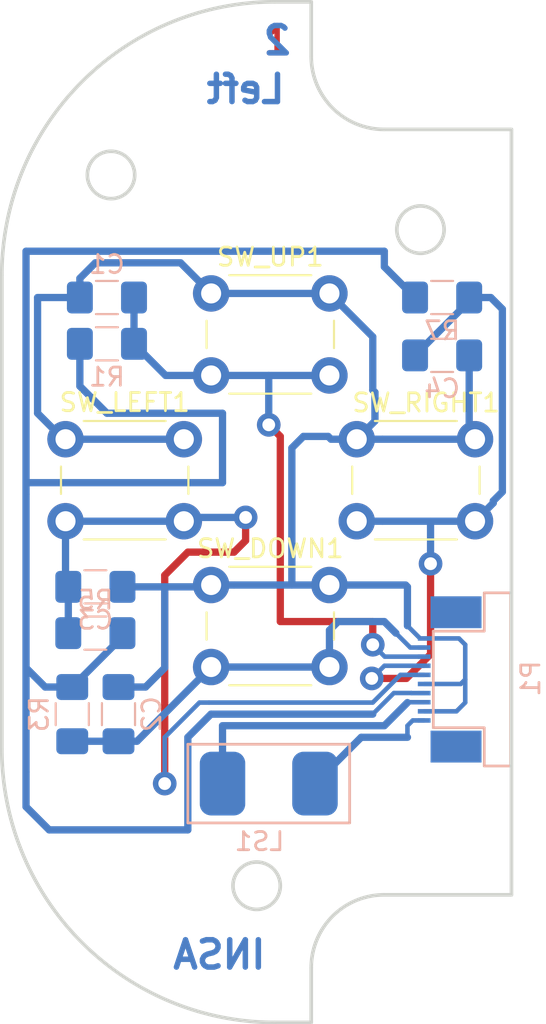
<source format=kicad_pcb>
(kicad_pcb (version 20171130) (host pcbnew 5.0.2-bee76a0~70~ubuntu18.04.1)

  (general
    (thickness 1.6)
    (drawings 19)
    (tracks 145)
    (zones 0)
    (modules 14)
    (nets 9)
  )

  (page A4)
  (layers
    (0 F.Cu signal)
    (31 B.Cu signal)
    (32 B.Adhes user)
    (33 F.Adhes user)
    (34 B.Paste user)
    (35 F.Paste user)
    (36 B.SilkS user)
    (37 F.SilkS user)
    (38 B.Mask user)
    (39 F.Mask user)
    (40 Dwgs.User user)
    (41 Cmts.User user)
    (42 Eco1.User user)
    (43 Eco2.User user)
    (44 Edge.Cuts user)
    (45 Margin user)
    (46 B.CrtYd user)
    (47 F.CrtYd user)
    (48 B.Fab user hide)
    (49 F.Fab user hide)
  )

  (setup
    (last_trace_width 0.25)
    (user_trace_width 0.2)
    (user_trace_width 0.25)
    (user_trace_width 0.3)
    (user_trace_width 0.4)
    (user_trace_width 0.5)
    (user_trace_width 0.63)
    (user_trace_width 0.76)
    (user_trace_width 1.27)
    (trace_clearance 0.2)
    (zone_clearance 0.508)
    (zone_45_only no)
    (trace_min 0.15)
    (segment_width 0.2)
    (edge_width 0.2)
    (via_size 0.8)
    (via_drill 0.4)
    (via_min_size 0.6)
    (via_min_drill 0.3)
    (user_via 0.6 0.3)
    (user_via 0.8 0.4)
    (user_via 0.9 0.5)
    (user_via 1.2 0.6)
    (user_via 1.3 0.7)
    (user_via 1.4 0.8)
    (uvia_size 0.3)
    (uvia_drill 0.1)
    (uvias_allowed no)
    (uvia_min_size 0.2)
    (uvia_min_drill 0.1)
    (pcb_text_width 0.3)
    (pcb_text_size 1.5 1.5)
    (mod_edge_width 0.15)
    (mod_text_size 1 1)
    (mod_text_width 0.15)
    (pad_size 1.6 1.6)
    (pad_drill 0.8)
    (pad_to_mask_clearance 0.051)
    (solder_mask_min_width 0.25)
    (aux_axis_origin 145 130.5)
    (grid_origin 145 130.5)
    (visible_elements FFFFFF7F)
    (pcbplotparams
      (layerselection 0x010fc_ffffffff)
      (usegerberextensions false)
      (usegerberattributes false)
      (usegerberadvancedattributes false)
      (creategerberjobfile false)
      (excludeedgelayer true)
      (linewidth 0.100000)
      (plotframeref false)
      (viasonmask false)
      (mode 1)
      (useauxorigin false)
      (hpglpennumber 1)
      (hpglpenspeed 20)
      (hpglpendiameter 15.000000)
      (psnegative false)
      (psa4output false)
      (plotreference true)
      (plotvalue true)
      (plotinvisibletext false)
      (padsonsilk false)
      (subtractmaskfromsilk false)
      (outputformat 1)
      (mirror false)
      (drillshape 1)
      (scaleselection 1)
      (outputdirectory ""))
  )

  (net 0 "")
  (net 1 GND)
  (net 2 /Audio_Left_2)
  (net 3 VCC)
  (net 4 /Key_Down)
  (net 5 /Key_Up)
  (net 6 /Key_Right)
  (net 7 /Key_Left)
  (net 8 /Audio_Left_1)

  (net_class Default "Ceci est la Netclass par défaut."
    (clearance 0.2)
    (trace_width 0.25)
    (via_dia 0.8)
    (via_drill 0.4)
    (uvia_dia 0.3)
    (uvia_drill 0.1)
    (add_net /Audio_Left_1)
    (add_net /Audio_Left_2)
    (add_net /Key_Down)
    (add_net /Key_Left)
    (add_net /Key_Right)
    (add_net /Key_Up)
    (add_net GND)
    (add_net VCC)
  )

  (module Insa:FFC-10-0.5 (layer B.Cu) (tedit 5C652881) (tstamp 5C7832B8)
    (at 140.555 110.18 90)
    (path /5C77E637)
    (fp_text reference P1 (at 0.05 5.5 90) (layer B.SilkS)
      (effects (font (size 1 1) (thickness 0.15)) (justify mirror))
    )
    (fp_text value TE-FFC-10-0.5 (at 0.51 3.94 90) (layer B.Fab)
      (effects (font (size 1 1) (thickness 0.15)) (justify mirror))
    )
    (fp_line (start -2.65 2.95) (end -2.65 0.15) (layer B.SilkS) (width 0.15))
    (fp_line (start -4.75 2.95) (end -2.65 2.95) (layer B.SilkS) (width 0.15))
    (fp_line (start -4.75 4.4) (end -4.75 2.95) (layer B.SilkS) (width 0.15))
    (fp_line (start 4.75 4.4) (end -4.75 4.4) (layer B.SilkS) (width 0.15))
    (fp_line (start 4.75 2.95) (end 4.75 4.4) (layer B.SilkS) (width 0.15))
    (fp_line (start 2.65 2.95) (end 4.75 2.95) (layer B.SilkS) (width 0.15))
    (fp_line (start 2.65 0.15) (end 2.65 2.95) (layer B.SilkS) (width 0.15))
    (fp_line (start -2.65 0.15) (end 2.65 0.15) (layer B.SilkS) (width 0.15))
    (fp_line (start -2.8 2.8) (end -2.8 0) (layer B.CrtYd) (width 0.15))
    (fp_line (start -4.75 2.8) (end -2.8 2.8) (layer B.CrtYd) (width 0.15))
    (fp_line (start -4.75 4.4) (end -4.75 2.8) (layer B.CrtYd) (width 0.15))
    (fp_line (start 4.75 4.4) (end -4.75 4.4) (layer B.CrtYd) (width 0.15))
    (fp_line (start 4.75 2.8) (end 4.75 4.4) (layer B.CrtYd) (width 0.15))
    (fp_line (start 2.8 2.8) (end 4.75 2.8) (layer B.CrtYd) (width 0.15))
    (fp_line (start 2.8 0) (end 2.8 2.8) (layer B.CrtYd) (width 0.15))
    (fp_line (start -2.8 0) (end 2.8 0) (layer B.CrtYd) (width 0.15))
    (pad A smd rect (at -3.685 1.4 90) (size 1.75 2.8) (layers B.Cu B.Paste B.Mask))
    (pad B smd rect (at 3.685 1.4 90) (size 1.75 2.8) (layers B.Cu B.Paste B.Mask))
    (pad 2 smd rect (at -1.75 -0.35 90) (size 0.25 0.7) (layers B.Cu B.Paste B.Mask)
      (net 1 GND))
    (pad 3 smd rect (at -1.25 -0.35 90) (size 0.25 0.7) (layers B.Cu B.Paste B.Mask)
      (net 2 /Audio_Left_2))
    (pad 4 smd rect (at -0.75 -0.35 90) (size 0.25 0.7) (layers B.Cu B.Paste B.Mask)
      (net 3 VCC))
    (pad 5 smd rect (at -0.25 -0.35 90) (size 0.25 0.7) (layers B.Cu B.Paste B.Mask)
      (net 1 GND))
    (pad 9 smd rect (at 1.75 -0.35 90) (size 0.25 0.7) (layers B.Cu B.Paste B.Mask)
      (net 4 /Key_Down))
    (pad 8 smd rect (at 1.25 -0.35 90) (size 0.25 0.7) (layers B.Cu B.Paste B.Mask)
      (net 5 /Key_Up))
    (pad 7 smd rect (at 0.75 -0.35 90) (size 0.25 0.7) (layers B.Cu B.Paste B.Mask)
      (net 6 /Key_Right))
    (pad 6 smd rect (at 0.25 -0.35 90) (size 0.25 0.7) (layers B.Cu B.Paste B.Mask)
      (net 7 /Key_Left))
    (pad 1 smd rect (at -2.25 -0.35 90) (size 0.25 0.7) (layers B.Cu B.Paste B.Mask)
      (net 8 /Audio_Left_1))
    (pad 10 smd rect (at 2.25 -0.35 90) (size 0.25 0.7) (layers B.Cu B.Paste B.Mask)
      (net 1 GND))
  )

  (module Capacitor_SMD:C_1206_3216Metric_Pad1.42x1.75mm_HandSolder (layer B.Cu) (tedit 5B301BBE) (tstamp 5C86BAE7)
    (at 122.775 89.225 180)
    (descr "Capacitor SMD 1206 (3216 Metric), square (rectangular) end terminal, IPC_7351 nominal with elongated pad for handsoldering. (Body size source: http://www.tortai-tech.com/upload/download/2011102023233369053.pdf), generated with kicad-footprint-generator")
    (tags "capacitor handsolder")
    (path /5C792991)
    (attr smd)
    (fp_text reference C1 (at 0 1.82 180) (layer B.SilkS)
      (effects (font (size 1 1) (thickness 0.15)) (justify mirror))
    )
    (fp_text value C (at 0 -1.82 180) (layer B.Fab)
      (effects (font (size 1 1) (thickness 0.15)) (justify mirror))
    )
    (fp_text user %R (at 0 0 180) (layer B.Fab)
      (effects (font (size 0.8 0.8) (thickness 0.12)) (justify mirror))
    )
    (fp_line (start 2.45 -1.12) (end -2.45 -1.12) (layer B.CrtYd) (width 0.05))
    (fp_line (start 2.45 1.12) (end 2.45 -1.12) (layer B.CrtYd) (width 0.05))
    (fp_line (start -2.45 1.12) (end 2.45 1.12) (layer B.CrtYd) (width 0.05))
    (fp_line (start -2.45 -1.12) (end -2.45 1.12) (layer B.CrtYd) (width 0.05))
    (fp_line (start -0.602064 -0.91) (end 0.602064 -0.91) (layer B.SilkS) (width 0.12))
    (fp_line (start -0.602064 0.91) (end 0.602064 0.91) (layer B.SilkS) (width 0.12))
    (fp_line (start 1.6 -0.8) (end -1.6 -0.8) (layer B.Fab) (width 0.1))
    (fp_line (start 1.6 0.8) (end 1.6 -0.8) (layer B.Fab) (width 0.1))
    (fp_line (start -1.6 0.8) (end 1.6 0.8) (layer B.Fab) (width 0.1))
    (fp_line (start -1.6 -0.8) (end -1.6 0.8) (layer B.Fab) (width 0.1))
    (pad 2 smd roundrect (at 1.4875 0 180) (size 1.425 1.75) (layers B.Cu B.Paste B.Mask) (roundrect_rratio 0.175439)
      (net 1 GND))
    (pad 1 smd roundrect (at -1.4875 0 180) (size 1.425 1.75) (layers B.Cu B.Paste B.Mask) (roundrect_rratio 0.175439)
      (net 5 /Key_Up))
    (model ${KISYS3DMOD}/Capacitor_SMD.3dshapes/C_1206_3216Metric.wrl
      (at (xyz 0 0 0))
      (scale (xyz 1 1 1))
      (rotate (xyz 0 0 0))
    )
  )

  (module Capacitor_SMD:C_1206_3216Metric_Pad1.42x1.75mm_HandSolder (layer B.Cu) (tedit 5B301BBE) (tstamp 5C86BAF8)
    (at 123.41 112.085 90)
    (descr "Capacitor SMD 1206 (3216 Metric), square (rectangular) end terminal, IPC_7351 nominal with elongated pad for handsoldering. (Body size source: http://www.tortai-tech.com/upload/download/2011102023233369053.pdf), generated with kicad-footprint-generator")
    (tags "capacitor handsolder")
    (path /5C795C7E)
    (attr smd)
    (fp_text reference C2 (at 0 1.82 90) (layer B.SilkS)
      (effects (font (size 1 1) (thickness 0.15)) (justify mirror))
    )
    (fp_text value C (at 0 -1.82 90) (layer B.Fab)
      (effects (font (size 1 1) (thickness 0.15)) (justify mirror))
    )
    (fp_line (start -1.6 -0.8) (end -1.6 0.8) (layer B.Fab) (width 0.1))
    (fp_line (start -1.6 0.8) (end 1.6 0.8) (layer B.Fab) (width 0.1))
    (fp_line (start 1.6 0.8) (end 1.6 -0.8) (layer B.Fab) (width 0.1))
    (fp_line (start 1.6 -0.8) (end -1.6 -0.8) (layer B.Fab) (width 0.1))
    (fp_line (start -0.602064 0.91) (end 0.602064 0.91) (layer B.SilkS) (width 0.12))
    (fp_line (start -0.602064 -0.91) (end 0.602064 -0.91) (layer B.SilkS) (width 0.12))
    (fp_line (start -2.45 -1.12) (end -2.45 1.12) (layer B.CrtYd) (width 0.05))
    (fp_line (start -2.45 1.12) (end 2.45 1.12) (layer B.CrtYd) (width 0.05))
    (fp_line (start 2.45 1.12) (end 2.45 -1.12) (layer B.CrtYd) (width 0.05))
    (fp_line (start 2.45 -1.12) (end -2.45 -1.12) (layer B.CrtYd) (width 0.05))
    (fp_text user %R (at 0 0 90) (layer B.Fab)
      (effects (font (size 0.8 0.8) (thickness 0.12)) (justify mirror))
    )
    (pad 1 smd roundrect (at -1.4875 0 90) (size 1.425 1.75) (layers B.Cu B.Paste B.Mask) (roundrect_rratio 0.175439)
      (net 4 /Key_Down))
    (pad 2 smd roundrect (at 1.4875 0 90) (size 1.425 1.75) (layers B.Cu B.Paste B.Mask) (roundrect_rratio 0.175439)
      (net 1 GND))
    (model ${KISYS3DMOD}/Capacitor_SMD.3dshapes/C_1206_3216Metric.wrl
      (at (xyz 0 0 0))
      (scale (xyz 1 1 1))
      (rotate (xyz 0 0 0))
    )
  )

  (module Capacitor_SMD:C_1206_3216Metric_Pad1.42x1.75mm_HandSolder (layer B.Cu) (tedit 5B301BBE) (tstamp 5C86BB09)
    (at 122.14 105.1)
    (descr "Capacitor SMD 1206 (3216 Metric), square (rectangular) end terminal, IPC_7351 nominal with elongated pad for handsoldering. (Body size source: http://www.tortai-tech.com/upload/download/2011102023233369053.pdf), generated with kicad-footprint-generator")
    (tags "capacitor handsolder")
    (path /5C79622E)
    (attr smd)
    (fp_text reference C3 (at 0 1.82) (layer B.SilkS)
      (effects (font (size 1 1) (thickness 0.15)) (justify mirror))
    )
    (fp_text value C (at 0 -1.82) (layer B.Fab)
      (effects (font (size 1 1) (thickness 0.15)) (justify mirror))
    )
    (fp_line (start -1.6 -0.8) (end -1.6 0.8) (layer B.Fab) (width 0.1))
    (fp_line (start -1.6 0.8) (end 1.6 0.8) (layer B.Fab) (width 0.1))
    (fp_line (start 1.6 0.8) (end 1.6 -0.8) (layer B.Fab) (width 0.1))
    (fp_line (start 1.6 -0.8) (end -1.6 -0.8) (layer B.Fab) (width 0.1))
    (fp_line (start -0.602064 0.91) (end 0.602064 0.91) (layer B.SilkS) (width 0.12))
    (fp_line (start -0.602064 -0.91) (end 0.602064 -0.91) (layer B.SilkS) (width 0.12))
    (fp_line (start -2.45 -1.12) (end -2.45 1.12) (layer B.CrtYd) (width 0.05))
    (fp_line (start -2.45 1.12) (end 2.45 1.12) (layer B.CrtYd) (width 0.05))
    (fp_line (start 2.45 1.12) (end 2.45 -1.12) (layer B.CrtYd) (width 0.05))
    (fp_line (start 2.45 -1.12) (end -2.45 -1.12) (layer B.CrtYd) (width 0.05))
    (fp_text user %R (at 0 0) (layer B.Fab)
      (effects (font (size 0.8 0.8) (thickness 0.12)) (justify mirror))
    )
    (pad 1 smd roundrect (at -1.4875 0) (size 1.425 1.75) (layers B.Cu B.Paste B.Mask) (roundrect_rratio 0.175439)
      (net 7 /Key_Left))
    (pad 2 smd roundrect (at 1.4875 0) (size 1.425 1.75) (layers B.Cu B.Paste B.Mask) (roundrect_rratio 0.175439)
      (net 1 GND))
    (model ${KISYS3DMOD}/Capacitor_SMD.3dshapes/C_1206_3216Metric.wrl
      (at (xyz 0 0 0))
      (scale (xyz 1 1 1))
      (rotate (xyz 0 0 0))
    )
  )

  (module Capacitor_SMD:C_1206_3216Metric_Pad1.42x1.75mm_HandSolder (layer B.Cu) (tedit 5B301BBE) (tstamp 5C86BB1A)
    (at 141.19 92.4)
    (descr "Capacitor SMD 1206 (3216 Metric), square (rectangular) end terminal, IPC_7351 nominal with elongated pad for handsoldering. (Body size source: http://www.tortai-tech.com/upload/download/2011102023233369053.pdf), generated with kicad-footprint-generator")
    (tags "capacitor handsolder")
    (path /5C79683C)
    (attr smd)
    (fp_text reference C4 (at 0 1.82) (layer B.SilkS)
      (effects (font (size 1 1) (thickness 0.15)) (justify mirror))
    )
    (fp_text value C (at 0 -1.82) (layer B.Fab)
      (effects (font (size 1 1) (thickness 0.15)) (justify mirror))
    )
    (fp_text user %R (at 0 0) (layer B.Fab)
      (effects (font (size 0.8 0.8) (thickness 0.12)) (justify mirror))
    )
    (fp_line (start 2.45 -1.12) (end -2.45 -1.12) (layer B.CrtYd) (width 0.05))
    (fp_line (start 2.45 1.12) (end 2.45 -1.12) (layer B.CrtYd) (width 0.05))
    (fp_line (start -2.45 1.12) (end 2.45 1.12) (layer B.CrtYd) (width 0.05))
    (fp_line (start -2.45 -1.12) (end -2.45 1.12) (layer B.CrtYd) (width 0.05))
    (fp_line (start -0.602064 -0.91) (end 0.602064 -0.91) (layer B.SilkS) (width 0.12))
    (fp_line (start -0.602064 0.91) (end 0.602064 0.91) (layer B.SilkS) (width 0.12))
    (fp_line (start 1.6 -0.8) (end -1.6 -0.8) (layer B.Fab) (width 0.1))
    (fp_line (start 1.6 0.8) (end 1.6 -0.8) (layer B.Fab) (width 0.1))
    (fp_line (start -1.6 0.8) (end 1.6 0.8) (layer B.Fab) (width 0.1))
    (fp_line (start -1.6 -0.8) (end -1.6 0.8) (layer B.Fab) (width 0.1))
    (pad 2 smd roundrect (at 1.4875 0) (size 1.425 1.75) (layers B.Cu B.Paste B.Mask) (roundrect_rratio 0.175439)
      (net 1 GND))
    (pad 1 smd roundrect (at -1.4875 0) (size 1.425 1.75) (layers B.Cu B.Paste B.Mask) (roundrect_rratio 0.175439)
      (net 6 /Key_Right))
    (model ${KISYS3DMOD}/Capacitor_SMD.3dshapes/C_1206_3216Metric.wrl
      (at (xyz 0 0 0))
      (scale (xyz 1 1 1))
      (rotate (xyz 0 0 0))
    )
  )

  (module Resistor_SMD:R_1206_3216Metric_Pad1.42x1.75mm_HandSolder (layer B.Cu) (tedit 5B301BBD) (tstamp 5C86BB2B)
    (at 122.775 91.765)
    (descr "Resistor SMD 1206 (3216 Metric), square (rectangular) end terminal, IPC_7351 nominal with elongated pad for handsoldering. (Body size source: http://www.tortai-tech.com/upload/download/2011102023233369053.pdf), generated with kicad-footprint-generator")
    (tags "resistor handsolder")
    (path /5C792BB4)
    (attr smd)
    (fp_text reference R1 (at 0 1.82) (layer B.SilkS)
      (effects (font (size 1 1) (thickness 0.15)) (justify mirror))
    )
    (fp_text value R (at 0 -1.82) (layer B.Fab)
      (effects (font (size 1 1) (thickness 0.15)) (justify mirror))
    )
    (fp_line (start -1.6 -0.8) (end -1.6 0.8) (layer B.Fab) (width 0.1))
    (fp_line (start -1.6 0.8) (end 1.6 0.8) (layer B.Fab) (width 0.1))
    (fp_line (start 1.6 0.8) (end 1.6 -0.8) (layer B.Fab) (width 0.1))
    (fp_line (start 1.6 -0.8) (end -1.6 -0.8) (layer B.Fab) (width 0.1))
    (fp_line (start -0.602064 0.91) (end 0.602064 0.91) (layer B.SilkS) (width 0.12))
    (fp_line (start -0.602064 -0.91) (end 0.602064 -0.91) (layer B.SilkS) (width 0.12))
    (fp_line (start -2.45 -1.12) (end -2.45 1.12) (layer B.CrtYd) (width 0.05))
    (fp_line (start -2.45 1.12) (end 2.45 1.12) (layer B.CrtYd) (width 0.05))
    (fp_line (start 2.45 1.12) (end 2.45 -1.12) (layer B.CrtYd) (width 0.05))
    (fp_line (start 2.45 -1.12) (end -2.45 -1.12) (layer B.CrtYd) (width 0.05))
    (fp_text user %R (at 0 0) (layer B.Fab)
      (effects (font (size 0.8 0.8) (thickness 0.12)) (justify mirror))
    )
    (pad 1 smd roundrect (at -1.4875 0) (size 1.425 1.75) (layers B.Cu B.Paste B.Mask) (roundrect_rratio 0.175439)
      (net 3 VCC))
    (pad 2 smd roundrect (at 1.4875 0) (size 1.425 1.75) (layers B.Cu B.Paste B.Mask) (roundrect_rratio 0.175439)
      (net 5 /Key_Up))
    (model ${KISYS3DMOD}/Resistor_SMD.3dshapes/R_1206_3216Metric.wrl
      (at (xyz 0 0 0))
      (scale (xyz 1 1 1))
      (rotate (xyz 0 0 0))
    )
  )

  (module Resistor_SMD:R_1206_3216Metric_Pad1.42x1.75mm_HandSolder (layer B.Cu) (tedit 5B301BBD) (tstamp 5C86BB4D)
    (at 120.87 112.085 270)
    (descr "Resistor SMD 1206 (3216 Metric), square (rectangular) end terminal, IPC_7351 nominal with elongated pad for handsoldering. (Body size source: http://www.tortai-tech.com/upload/download/2011102023233369053.pdf), generated with kicad-footprint-generator")
    (tags "resistor handsolder")
    (path /5C795C85)
    (attr smd)
    (fp_text reference R3 (at 0 1.82 270) (layer B.SilkS)
      (effects (font (size 1 1) (thickness 0.15)) (justify mirror))
    )
    (fp_text value R (at 0 -1.82 270) (layer B.Fab)
      (effects (font (size 1 1) (thickness 0.15)) (justify mirror))
    )
    (fp_line (start -1.6 -0.8) (end -1.6 0.8) (layer B.Fab) (width 0.1))
    (fp_line (start -1.6 0.8) (end 1.6 0.8) (layer B.Fab) (width 0.1))
    (fp_line (start 1.6 0.8) (end 1.6 -0.8) (layer B.Fab) (width 0.1))
    (fp_line (start 1.6 -0.8) (end -1.6 -0.8) (layer B.Fab) (width 0.1))
    (fp_line (start -0.602064 0.91) (end 0.602064 0.91) (layer B.SilkS) (width 0.12))
    (fp_line (start -0.602064 -0.91) (end 0.602064 -0.91) (layer B.SilkS) (width 0.12))
    (fp_line (start -2.45 -1.12) (end -2.45 1.12) (layer B.CrtYd) (width 0.05))
    (fp_line (start -2.45 1.12) (end 2.45 1.12) (layer B.CrtYd) (width 0.05))
    (fp_line (start 2.45 1.12) (end 2.45 -1.12) (layer B.CrtYd) (width 0.05))
    (fp_line (start 2.45 -1.12) (end -2.45 -1.12) (layer B.CrtYd) (width 0.05))
    (fp_text user %R (at 0 0 270) (layer B.Fab)
      (effects (font (size 0.8 0.8) (thickness 0.12)) (justify mirror))
    )
    (pad 1 smd roundrect (at -1.4875 0 270) (size 1.425 1.75) (layers B.Cu B.Paste B.Mask) (roundrect_rratio 0.175439)
      (net 3 VCC))
    (pad 2 smd roundrect (at 1.4875 0 270) (size 1.425 1.75) (layers B.Cu B.Paste B.Mask) (roundrect_rratio 0.175439)
      (net 4 /Key_Down))
    (model ${KISYS3DMOD}/Resistor_SMD.3dshapes/R_1206_3216Metric.wrl
      (at (xyz 0 0 0))
      (scale (xyz 1 1 1))
      (rotate (xyz 0 0 0))
    )
  )

  (module Resistor_SMD:R_1206_3216Metric_Pad1.42x1.75mm_HandSolder (layer B.Cu) (tedit 5B301BBD) (tstamp 5C86BB6F)
    (at 122.14 107.64 180)
    (descr "Resistor SMD 1206 (3216 Metric), square (rectangular) end terminal, IPC_7351 nominal with elongated pad for handsoldering. (Body size source: http://www.tortai-tech.com/upload/download/2011102023233369053.pdf), generated with kicad-footprint-generator")
    (tags "resistor handsolder")
    (path /5C796235)
    (attr smd)
    (fp_text reference R5 (at 0 1.82 180) (layer B.SilkS)
      (effects (font (size 1 1) (thickness 0.15)) (justify mirror))
    )
    (fp_text value R (at 0 -1.82 180) (layer B.Fab)
      (effects (font (size 1 1) (thickness 0.15)) (justify mirror))
    )
    (fp_text user %R (at 0 0 180) (layer B.Fab)
      (effects (font (size 0.8 0.8) (thickness 0.12)) (justify mirror))
    )
    (fp_line (start 2.45 -1.12) (end -2.45 -1.12) (layer B.CrtYd) (width 0.05))
    (fp_line (start 2.45 1.12) (end 2.45 -1.12) (layer B.CrtYd) (width 0.05))
    (fp_line (start -2.45 1.12) (end 2.45 1.12) (layer B.CrtYd) (width 0.05))
    (fp_line (start -2.45 -1.12) (end -2.45 1.12) (layer B.CrtYd) (width 0.05))
    (fp_line (start -0.602064 -0.91) (end 0.602064 -0.91) (layer B.SilkS) (width 0.12))
    (fp_line (start -0.602064 0.91) (end 0.602064 0.91) (layer B.SilkS) (width 0.12))
    (fp_line (start 1.6 -0.8) (end -1.6 -0.8) (layer B.Fab) (width 0.1))
    (fp_line (start 1.6 0.8) (end 1.6 -0.8) (layer B.Fab) (width 0.1))
    (fp_line (start -1.6 0.8) (end 1.6 0.8) (layer B.Fab) (width 0.1))
    (fp_line (start -1.6 -0.8) (end -1.6 0.8) (layer B.Fab) (width 0.1))
    (pad 2 smd roundrect (at 1.4875 0 180) (size 1.425 1.75) (layers B.Cu B.Paste B.Mask) (roundrect_rratio 0.175439)
      (net 7 /Key_Left))
    (pad 1 smd roundrect (at -1.4875 0 180) (size 1.425 1.75) (layers B.Cu B.Paste B.Mask) (roundrect_rratio 0.175439)
      (net 3 VCC))
    (model ${KISYS3DMOD}/Resistor_SMD.3dshapes/R_1206_3216Metric.wrl
      (at (xyz 0 0 0))
      (scale (xyz 1 1 1))
      (rotate (xyz 0 0 0))
    )
  )

  (module Resistor_SMD:R_1206_3216Metric_Pad1.42x1.75mm_HandSolder (layer B.Cu) (tedit 5B301BBD) (tstamp 5C86BB91)
    (at 141.19 89.225)
    (descr "Resistor SMD 1206 (3216 Metric), square (rectangular) end terminal, IPC_7351 nominal with elongated pad for handsoldering. (Body size source: http://www.tortai-tech.com/upload/download/2011102023233369053.pdf), generated with kicad-footprint-generator")
    (tags "resistor handsolder")
    (path /5C796843)
    (attr smd)
    (fp_text reference R7 (at 0 1.82) (layer B.SilkS)
      (effects (font (size 1 1) (thickness 0.15)) (justify mirror))
    )
    (fp_text value R (at 0 -1.82) (layer B.Fab)
      (effects (font (size 1 1) (thickness 0.15)) (justify mirror))
    )
    (fp_text user %R (at 0 0) (layer B.Fab)
      (effects (font (size 0.8 0.8) (thickness 0.12)) (justify mirror))
    )
    (fp_line (start 2.45 -1.12) (end -2.45 -1.12) (layer B.CrtYd) (width 0.05))
    (fp_line (start 2.45 1.12) (end 2.45 -1.12) (layer B.CrtYd) (width 0.05))
    (fp_line (start -2.45 1.12) (end 2.45 1.12) (layer B.CrtYd) (width 0.05))
    (fp_line (start -2.45 -1.12) (end -2.45 1.12) (layer B.CrtYd) (width 0.05))
    (fp_line (start -0.602064 -0.91) (end 0.602064 -0.91) (layer B.SilkS) (width 0.12))
    (fp_line (start -0.602064 0.91) (end 0.602064 0.91) (layer B.SilkS) (width 0.12))
    (fp_line (start 1.6 -0.8) (end -1.6 -0.8) (layer B.Fab) (width 0.1))
    (fp_line (start 1.6 0.8) (end 1.6 -0.8) (layer B.Fab) (width 0.1))
    (fp_line (start -1.6 0.8) (end 1.6 0.8) (layer B.Fab) (width 0.1))
    (fp_line (start -1.6 -0.8) (end -1.6 0.8) (layer B.Fab) (width 0.1))
    (pad 2 smd roundrect (at 1.4875 0) (size 1.425 1.75) (layers B.Cu B.Paste B.Mask) (roundrect_rratio 0.175439)
      (net 6 /Key_Right))
    (pad 1 smd roundrect (at -1.4875 0) (size 1.425 1.75) (layers B.Cu B.Paste B.Mask) (roundrect_rratio 0.175439)
      (net 3 VCC))
    (model ${KISYS3DMOD}/Resistor_SMD.3dshapes/R_1206_3216Metric.wrl
      (at (xyz 0 0 0))
      (scale (xyz 1 1 1))
      (rotate (xyz 0 0 0))
    )
  )

  (module Button_Switch_THT:SW_PUSH_6mm (layer F.Cu) (tedit 5A02FE31) (tstamp 5C86BBC1)
    (at 128.5 105)
    (descr https://www.omron.com/ecb/products/pdf/en-b3f.pdf)
    (tags "tact sw push 6mm")
    (path /5C7914D9)
    (fp_text reference SW_DOWN1 (at 3.25 -2) (layer F.SilkS)
      (effects (font (size 1 1) (thickness 0.15)))
    )
    (fp_text value SW_Push (at 3.75 6.7) (layer F.Fab)
      (effects (font (size 1 1) (thickness 0.15)))
    )
    (fp_text user %R (at 3.25 2.25) (layer F.Fab)
      (effects (font (size 1 1) (thickness 0.15)))
    )
    (fp_line (start 3.25 -0.75) (end 6.25 -0.75) (layer F.Fab) (width 0.1))
    (fp_line (start 6.25 -0.75) (end 6.25 5.25) (layer F.Fab) (width 0.1))
    (fp_line (start 6.25 5.25) (end 0.25 5.25) (layer F.Fab) (width 0.1))
    (fp_line (start 0.25 5.25) (end 0.25 -0.75) (layer F.Fab) (width 0.1))
    (fp_line (start 0.25 -0.75) (end 3.25 -0.75) (layer F.Fab) (width 0.1))
    (fp_line (start 7.75 6) (end 8 6) (layer F.CrtYd) (width 0.05))
    (fp_line (start 8 6) (end 8 5.75) (layer F.CrtYd) (width 0.05))
    (fp_line (start 7.75 -1.5) (end 8 -1.5) (layer F.CrtYd) (width 0.05))
    (fp_line (start 8 -1.5) (end 8 -1.25) (layer F.CrtYd) (width 0.05))
    (fp_line (start -1.5 -1.25) (end -1.5 -1.5) (layer F.CrtYd) (width 0.05))
    (fp_line (start -1.5 -1.5) (end -1.25 -1.5) (layer F.CrtYd) (width 0.05))
    (fp_line (start -1.5 5.75) (end -1.5 6) (layer F.CrtYd) (width 0.05))
    (fp_line (start -1.5 6) (end -1.25 6) (layer F.CrtYd) (width 0.05))
    (fp_line (start -1.25 -1.5) (end 7.75 -1.5) (layer F.CrtYd) (width 0.05))
    (fp_line (start -1.5 5.75) (end -1.5 -1.25) (layer F.CrtYd) (width 0.05))
    (fp_line (start 7.75 6) (end -1.25 6) (layer F.CrtYd) (width 0.05))
    (fp_line (start 8 -1.25) (end 8 5.75) (layer F.CrtYd) (width 0.05))
    (fp_line (start 1 5.5) (end 5.5 5.5) (layer F.SilkS) (width 0.12))
    (fp_line (start -0.25 1.5) (end -0.25 3) (layer F.SilkS) (width 0.12))
    (fp_line (start 5.5 -1) (end 1 -1) (layer F.SilkS) (width 0.12))
    (fp_line (start 6.75 3) (end 6.75 1.5) (layer F.SilkS) (width 0.12))
    (fp_circle (center 3.25 2.25) (end 1.25 2.5) (layer F.Fab) (width 0.1))
    (pad 2 thru_hole circle (at 0 4.5 90) (size 2 2) (drill 1.1) (layers *.Cu *.Mask)
      (net 4 /Key_Down))
    (pad 1 thru_hole circle (at 0 0 90) (size 2 2) (drill 1.1) (layers *.Cu *.Mask)
      (net 1 GND))
    (pad 2 thru_hole circle (at 6.5 4.5 90) (size 2 2) (drill 1.1) (layers *.Cu *.Mask)
      (net 4 /Key_Down))
    (pad 1 thru_hole circle (at 6.5 0 90) (size 2 2) (drill 1.1) (layers *.Cu *.Mask)
      (net 1 GND))
    (model ${KISYS3DMOD}/Button_Switch_THT.3dshapes/SW_PUSH_6mm.wrl
      (at (xyz 0 0 0))
      (scale (xyz 1 1 1))
      (rotate (xyz 0 0 0))
    )
  )

  (module Button_Switch_THT:SW_PUSH_6mm (layer F.Cu) (tedit 5A02FE31) (tstamp 5C86BBE0)
    (at 120.5 97)
    (descr https://www.omron.com/ecb/products/pdf/en-b3f.pdf)
    (tags "tact sw push 6mm")
    (path /5C7913B9)
    (fp_text reference SW_LEFT1 (at 3.25 -2.02) (layer F.SilkS)
      (effects (font (size 1 1) (thickness 0.15)))
    )
    (fp_text value SW_Push (at 3.75 6.7) (layer F.Fab)
      (effects (font (size 1 1) (thickness 0.15)))
    )
    (fp_circle (center 3.25 2.25) (end 1.25 2.5) (layer F.Fab) (width 0.1))
    (fp_line (start 6.75 3) (end 6.75 1.5) (layer F.SilkS) (width 0.12))
    (fp_line (start 5.5 -1) (end 1 -1) (layer F.SilkS) (width 0.12))
    (fp_line (start -0.25 1.5) (end -0.25 3) (layer F.SilkS) (width 0.12))
    (fp_line (start 1 5.5) (end 5.5 5.5) (layer F.SilkS) (width 0.12))
    (fp_line (start 8 -1.25) (end 8 5.75) (layer F.CrtYd) (width 0.05))
    (fp_line (start 7.75 6) (end -1.25 6) (layer F.CrtYd) (width 0.05))
    (fp_line (start -1.5 5.75) (end -1.5 -1.25) (layer F.CrtYd) (width 0.05))
    (fp_line (start -1.25 -1.5) (end 7.75 -1.5) (layer F.CrtYd) (width 0.05))
    (fp_line (start -1.5 6) (end -1.25 6) (layer F.CrtYd) (width 0.05))
    (fp_line (start -1.5 5.75) (end -1.5 6) (layer F.CrtYd) (width 0.05))
    (fp_line (start -1.5 -1.5) (end -1.25 -1.5) (layer F.CrtYd) (width 0.05))
    (fp_line (start -1.5 -1.25) (end -1.5 -1.5) (layer F.CrtYd) (width 0.05))
    (fp_line (start 8 -1.5) (end 8 -1.25) (layer F.CrtYd) (width 0.05))
    (fp_line (start 7.75 -1.5) (end 8 -1.5) (layer F.CrtYd) (width 0.05))
    (fp_line (start 8 6) (end 8 5.75) (layer F.CrtYd) (width 0.05))
    (fp_line (start 7.75 6) (end 8 6) (layer F.CrtYd) (width 0.05))
    (fp_line (start 0.25 -0.75) (end 3.25 -0.75) (layer F.Fab) (width 0.1))
    (fp_line (start 0.25 5.25) (end 0.25 -0.75) (layer F.Fab) (width 0.1))
    (fp_line (start 6.25 5.25) (end 0.25 5.25) (layer F.Fab) (width 0.1))
    (fp_line (start 6.25 -0.75) (end 6.25 5.25) (layer F.Fab) (width 0.1))
    (fp_line (start 3.25 -0.75) (end 6.25 -0.75) (layer F.Fab) (width 0.1))
    (fp_text user %R (at 3.25 2.25) (layer F.Fab)
      (effects (font (size 1 1) (thickness 0.15)))
    )
    (pad 1 thru_hole circle (at 6.5 0 90) (size 2 2) (drill 1.1) (layers *.Cu *.Mask)
      (net 1 GND))
    (pad 2 thru_hole circle (at 6.5 4.5 90) (size 2 2) (drill 1.1) (layers *.Cu *.Mask)
      (net 7 /Key_Left))
    (pad 1 thru_hole circle (at 0 0 90) (size 2 2) (drill 1.1) (layers *.Cu *.Mask)
      (net 1 GND))
    (pad 2 thru_hole circle (at 0 4.5 90) (size 2 2) (drill 1.1) (layers *.Cu *.Mask)
      (net 7 /Key_Left))
    (model ${KISYS3DMOD}/Button_Switch_THT.3dshapes/SW_PUSH_6mm.wrl
      (at (xyz 0 0 0))
      (scale (xyz 1 1 1))
      (rotate (xyz 0 0 0))
    )
  )

  (module Button_Switch_THT:SW_PUSH_6mm (layer F.Cu) (tedit 5A02FE31) (tstamp 5C86BBFF)
    (at 136.5 97)
    (descr https://www.omron.com/ecb/products/pdf/en-b3f.pdf)
    (tags "tact sw push 6mm")
    (path /5C791297)
    (fp_text reference SW_RIGHT1 (at 3.81 -2) (layer F.SilkS)
      (effects (font (size 1 1) (thickness 0.15)))
    )
    (fp_text value SW_Push (at 3.75 6.7) (layer F.Fab)
      (effects (font (size 1 1) (thickness 0.15)))
    )
    (fp_text user %R (at 3.25 2.25) (layer F.Fab)
      (effects (font (size 1 1) (thickness 0.15)))
    )
    (fp_line (start 3.25 -0.75) (end 6.25 -0.75) (layer F.Fab) (width 0.1))
    (fp_line (start 6.25 -0.75) (end 6.25 5.25) (layer F.Fab) (width 0.1))
    (fp_line (start 6.25 5.25) (end 0.25 5.25) (layer F.Fab) (width 0.1))
    (fp_line (start 0.25 5.25) (end 0.25 -0.75) (layer F.Fab) (width 0.1))
    (fp_line (start 0.25 -0.75) (end 3.25 -0.75) (layer F.Fab) (width 0.1))
    (fp_line (start 7.75 6) (end 8 6) (layer F.CrtYd) (width 0.05))
    (fp_line (start 8 6) (end 8 5.75) (layer F.CrtYd) (width 0.05))
    (fp_line (start 7.75 -1.5) (end 8 -1.5) (layer F.CrtYd) (width 0.05))
    (fp_line (start 8 -1.5) (end 8 -1.25) (layer F.CrtYd) (width 0.05))
    (fp_line (start -1.5 -1.25) (end -1.5 -1.5) (layer F.CrtYd) (width 0.05))
    (fp_line (start -1.5 -1.5) (end -1.25 -1.5) (layer F.CrtYd) (width 0.05))
    (fp_line (start -1.5 5.75) (end -1.5 6) (layer F.CrtYd) (width 0.05))
    (fp_line (start -1.5 6) (end -1.25 6) (layer F.CrtYd) (width 0.05))
    (fp_line (start -1.25 -1.5) (end 7.75 -1.5) (layer F.CrtYd) (width 0.05))
    (fp_line (start -1.5 5.75) (end -1.5 -1.25) (layer F.CrtYd) (width 0.05))
    (fp_line (start 7.75 6) (end -1.25 6) (layer F.CrtYd) (width 0.05))
    (fp_line (start 8 -1.25) (end 8 5.75) (layer F.CrtYd) (width 0.05))
    (fp_line (start 1 5.5) (end 5.5 5.5) (layer F.SilkS) (width 0.12))
    (fp_line (start -0.25 1.5) (end -0.25 3) (layer F.SilkS) (width 0.12))
    (fp_line (start 5.5 -1) (end 1 -1) (layer F.SilkS) (width 0.12))
    (fp_line (start 6.75 3) (end 6.75 1.5) (layer F.SilkS) (width 0.12))
    (fp_circle (center 3.25 2.25) (end 1.25 2.5) (layer F.Fab) (width 0.1))
    (pad 2 thru_hole circle (at 0 4.5 90) (size 2 2) (drill 1.1) (layers *.Cu *.Mask)
      (net 6 /Key_Right))
    (pad 1 thru_hole circle (at 0 0 90) (size 2 2) (drill 1.1) (layers *.Cu *.Mask)
      (net 1 GND))
    (pad 2 thru_hole circle (at 6.5 4.5 90) (size 2 2) (drill 1.1) (layers *.Cu *.Mask)
      (net 6 /Key_Right))
    (pad 1 thru_hole circle (at 6.5 0 90) (size 2 2) (drill 1.1) (layers *.Cu *.Mask)
      (net 1 GND))
    (model ${KISYS3DMOD}/Button_Switch_THT.3dshapes/SW_PUSH_6mm.wrl
      (at (xyz 0 0 0))
      (scale (xyz 1 1 1))
      (rotate (xyz 0 0 0))
    )
  )

  (module Button_Switch_THT:SW_PUSH_6mm (layer F.Cu) (tedit 5A02FE31) (tstamp 5C86BC1E)
    (at 128.5 89)
    (descr https://www.omron.com/ecb/products/pdf/en-b3f.pdf)
    (tags "tact sw push 6mm")
    (path /5C77EAF2)
    (fp_text reference SW_UP1 (at 3.25 -2) (layer F.SilkS)
      (effects (font (size 1 1) (thickness 0.15)))
    )
    (fp_text value SW_Push (at 3.75 6.7) (layer F.Fab)
      (effects (font (size 1 1) (thickness 0.15)))
    )
    (fp_circle (center 3.25 2.25) (end 1.25 2.5) (layer F.Fab) (width 0.1))
    (fp_line (start 6.75 3) (end 6.75 1.5) (layer F.SilkS) (width 0.12))
    (fp_line (start 5.5 -1) (end 1 -1) (layer F.SilkS) (width 0.12))
    (fp_line (start -0.25 1.5) (end -0.25 3) (layer F.SilkS) (width 0.12))
    (fp_line (start 1 5.5) (end 5.5 5.5) (layer F.SilkS) (width 0.12))
    (fp_line (start 8 -1.25) (end 8 5.75) (layer F.CrtYd) (width 0.05))
    (fp_line (start 7.75 6) (end -1.25 6) (layer F.CrtYd) (width 0.05))
    (fp_line (start -1.5 5.75) (end -1.5 -1.25) (layer F.CrtYd) (width 0.05))
    (fp_line (start -1.25 -1.5) (end 7.75 -1.5) (layer F.CrtYd) (width 0.05))
    (fp_line (start -1.5 6) (end -1.25 6) (layer F.CrtYd) (width 0.05))
    (fp_line (start -1.5 5.75) (end -1.5 6) (layer F.CrtYd) (width 0.05))
    (fp_line (start -1.5 -1.5) (end -1.25 -1.5) (layer F.CrtYd) (width 0.05))
    (fp_line (start -1.5 -1.25) (end -1.5 -1.5) (layer F.CrtYd) (width 0.05))
    (fp_line (start 8 -1.5) (end 8 -1.25) (layer F.CrtYd) (width 0.05))
    (fp_line (start 7.75 -1.5) (end 8 -1.5) (layer F.CrtYd) (width 0.05))
    (fp_line (start 8 6) (end 8 5.75) (layer F.CrtYd) (width 0.05))
    (fp_line (start 7.75 6) (end 8 6) (layer F.CrtYd) (width 0.05))
    (fp_line (start 0.25 -0.75) (end 3.25 -0.75) (layer F.Fab) (width 0.1))
    (fp_line (start 0.25 5.25) (end 0.25 -0.75) (layer F.Fab) (width 0.1))
    (fp_line (start 6.25 5.25) (end 0.25 5.25) (layer F.Fab) (width 0.1))
    (fp_line (start 6.25 -0.75) (end 6.25 5.25) (layer F.Fab) (width 0.1))
    (fp_line (start 3.25 -0.75) (end 6.25 -0.75) (layer F.Fab) (width 0.1))
    (fp_text user %R (at 3.25 2.25) (layer F.Fab)
      (effects (font (size 1 1) (thickness 0.15)))
    )
    (pad 1 thru_hole circle (at 6.5 0 90) (size 2 2) (drill 1.1) (layers *.Cu *.Mask)
      (net 1 GND))
    (pad 2 thru_hole circle (at 6.5 4.5 90) (size 2 2) (drill 1.1) (layers *.Cu *.Mask)
      (net 5 /Key_Up))
    (pad 1 thru_hole circle (at 0 0 90) (size 2 2) (drill 1.1) (layers *.Cu *.Mask)
      (net 1 GND))
    (pad 2 thru_hole circle (at 0 4.5 90) (size 2 2) (drill 1.1) (layers *.Cu *.Mask)
      (net 5 /Key_Up))
    (model ${KISYS3DMOD}/Button_Switch_THT.3dshapes/SW_PUSH_6mm.wrl
      (at (xyz 0 0 0))
      (scale (xyz 1 1 1))
      (rotate (xyz 0 0 0))
    )
  )

  (module Insa:Speaker (layer B.Cu) (tedit 5C891EA0) (tstamp 5CA18D1B)
    (at 131.665 115.895 180)
    (path /5C892EA4)
    (fp_text reference LS1 (at 0.508 -3.175 180) (layer B.SilkS)
      (effects (font (size 1 1) (thickness 0.15)) (justify mirror))
    )
    (fp_text value Speaker (at 0.127 3.175 180) (layer B.Fab)
      (effects (font (size 1 1) (thickness 0.15)) (justify mirror))
    )
    (fp_line (start -4.445 2.159) (end 4.445 2.159) (layer B.SilkS) (width 0.15))
    (fp_line (start 4.445 2.159) (end 4.445 -2.159) (layer B.SilkS) (width 0.15))
    (fp_line (start 4.445 -2.159) (end -4.445 -2.159) (layer B.SilkS) (width 0.15))
    (fp_line (start -4.445 -2.159) (end -4.445 2.159) (layer B.SilkS) (width 0.15))
    (pad 1 smd roundrect (at -2.54 0 180) (size 2.5 3.5) (layers B.Cu B.Paste B.Mask) (roundrect_rratio 0.25)
      (net 8 /Audio_Left_1))
    (pad 2 smd roundrect (at 2.54 0 180) (size 2.5 3.5) (layers B.Cu B.Paste B.Mask) (roundrect_rratio 0.25)
      (net 2 /Audio_Left_2))
  )

  (gr_text "Left\n" (at 130.395 77.795) (layer B.Cu)
    (effects (font (size 1.5 1.5) (thickness 0.3)) (justify mirror))
  )
  (gr_line (start 134 126) (end 134 129) (layer Edge.Cuts) (width 0.2))
  (gr_arc (start 138 126) (end 134 126) (angle 90) (layer Edge.Cuts) (width 0.2))
  (gr_line (start 145 122) (end 138 122) (layer Edge.Cuts) (width 0.2))
  (gr_circle (center 140 85.5) (end 141.3 85.5) (layer Edge.Cuts) (width 0.2))
  (gr_line (start 132 73) (end 134 73) (layer Edge.Cuts) (width 0.2))
  (gr_line (start 134 73) (end 134 76) (layer Edge.Cuts) (width 0.2))
  (gr_circle (center 131 121.5) (end 132.3 121.5) (layer Edge.Cuts) (width 0.2))
  (gr_circle (center 123 82.5) (end 124.3 82.5) (layer Edge.Cuts) (width 0.2))
  (gr_arc (start 132 114) (end 132 129) (angle 90) (layer Edge.Cuts) (width 0.2))
  (gr_line (start 134 129) (end 132 129) (layer Edge.Cuts) (width 0.2))
  (gr_arc (start 132 88) (end 117 88) (angle 90) (layer Edge.Cuts) (width 0.2))
  (gr_line (start 117 114) (end 117 88) (layer Edge.Cuts) (width 0.2))
  (gr_line (start 138 80) (end 145 80) (layer Edge.Cuts) (width 0.2))
  (gr_line (start 145 80) (end 145 122) (layer Edge.Cuts) (width 0.2))
  (gr_arc (start 138 76) (end 138 80) (angle 90) (layer Edge.Cuts) (width 0.2))
  (gr_text 1 (at 132.125 75.12) (layer F.Cu)
    (effects (font (size 1.5 1.5) (thickness 0.3)))
  )
  (gr_text 2 (at 132.125 75.12) (layer B.Cu)
    (effects (font (size 1.5 1.5) (thickness 0.3)) (justify mirror))
  )
  (gr_text INSA (at 128.95 125.285) (layer B.Cu)
    (effects (font (size 1.5 1.5) (thickness 0.3)) (justify mirror))
  )

  (segment (start 128.5 89) (end 135 89) (width 0.4) (layer B.Cu) (net 1))
  (segment (start 137.914213 97) (end 143 97) (width 0.4) (layer B.Cu) (net 1))
  (segment (start 136.5 97) (end 137.914213 97) (width 0.4) (layer B.Cu) (net 1))
  (segment (start 120.5 97) (end 127 97) (width 0.4) (layer B.Cu) (net 1))
  (segment (start 121.2875 89.225) (end 121.2875 88.1725) (width 0.4) (layer B.Cu) (net 1))
  (segment (start 121.2875 88.1725) (end 122.14 87.32) (width 0.4) (layer B.Cu) (net 1))
  (segment (start 126.82 87.32) (end 128.5 89) (width 0.4) (layer B.Cu) (net 1))
  (segment (start 122.14 87.32) (end 126.82 87.32) (width 0.4) (layer B.Cu) (net 1))
  (segment (start 137.499999 96.000001) (end 137.499999 94.424999) (width 0.4) (layer B.Cu) (net 1))
  (segment (start 136.5 97) (end 137.499999 96.000001) (width 0.4) (layer B.Cu) (net 1))
  (segment (start 137.499999 94.424999) (end 137.38 94.305) (width 0.4) (layer B.Cu) (net 1))
  (segment (start 137.38 91.38) (end 135 89) (width 0.4) (layer B.Cu) (net 1))
  (segment (start 137.38 94.305) (end 137.38 91.38) (width 0.4) (layer B.Cu) (net 1))
  (segment (start 142.6775 96.6775) (end 143 97) (width 0.4) (layer B.Cu) (net 1))
  (segment (start 142.6775 92.4) (end 142.6775 96.6775) (width 0.4) (layer B.Cu) (net 1))
  (segment (start 120.5 97) (end 120.39 97) (width 0.4) (layer B.Cu) (net 1))
  (segment (start 120.39 97) (end 118.965 95.575) (width 0.4) (layer B.Cu) (net 1))
  (segment (start 118.965 95.575) (end 118.965 89.225) (width 0.4) (layer B.Cu) (net 1))
  (segment (start 118.965 89.225) (end 121.2875 89.225) (width 0.4) (layer B.Cu) (net 1))
  (segment (start 135.085787 97) (end 134.930787 96.845) (width 0.4) (layer B.Cu) (net 1))
  (segment (start 136.5 97) (end 135.085787 97) (width 0.4) (layer B.Cu) (net 1))
  (segment (start 134.930787 96.845) (end 133.57 96.845) (width 0.4) (layer B.Cu) (net 1))
  (segment (start 133.57 96.845) (end 132.935 97.48) (width 0.4) (layer B.Cu) (net 1))
  (segment (start 132.935 97.48) (end 132.935 105) (width 0.4) (layer B.Cu) (net 1))
  (segment (start 132.935 105) (end 135 105) (width 0.4) (layer B.Cu) (net 1))
  (segment (start 128.4 105.1) (end 128.5 105) (width 0.4) (layer B.Cu) (net 1))
  (segment (start 128.5 105) (end 129.76 105) (width 0.4) (layer B.Cu) (net 1))
  (segment (start 129.76 105) (end 132.935 105) (width 0.4) (layer B.Cu) (net 1))
  (segment (start 140.205 111.93) (end 141.98 111.93) (width 0.25) (layer B.Cu) (net 1))
  (segment (start 141.98 111.93) (end 142.46 111.45) (width 0.25) (layer B.Cu) (net 1))
  (segment (start 142.115 107.93) (end 142.46 108.275) (width 0.25) (layer B.Cu) (net 1))
  (segment (start 140.205 107.93) (end 142.115 107.93) (width 0.25) (layer B.Cu) (net 1))
  (segment (start 142.46 111.45) (end 142.46 110.18) (width 0.25) (layer B.Cu) (net 1))
  (segment (start 142.21 110.43) (end 142.46 110.18) (width 0.25) (layer B.Cu) (net 1))
  (segment (start 140.205 110.43) (end 142.21 110.43) (width 0.25) (layer B.Cu) (net 1))
  (segment (start 142.46 110.18) (end 142.46 108.275) (width 0.25) (layer B.Cu) (net 1))
  (segment (start 139.98 107.93) (end 139.285 107.235) (width 0.25) (layer B.Cu) (net 1))
  (segment (start 140.205 107.93) (end 139.98 107.93) (width 0.25) (layer B.Cu) (net 1))
  (segment (start 139.285 107.235) (end 139.285 105.1) (width 0.4) (layer B.Cu) (net 1))
  (segment (start 139.185 105) (end 135 105) (width 0.4) (layer B.Cu) (net 1))
  (segment (start 139.285 105.1) (end 139.185 105) (width 0.4) (layer B.Cu) (net 1))
  (segment (start 123.41 110.5975) (end 124.8975 110.5975) (width 0.4) (layer B.Cu) (net 1))
  (segment (start 125.95 109.545) (end 125.95 105.1) (width 0.4) (layer B.Cu) (net 1))
  (segment (start 124.8975 110.5975) (end 125.95 109.545) (width 0.4) (layer B.Cu) (net 1))
  (segment (start 123.6275 105.1) (end 125.95 105.1) (width 0.4) (layer B.Cu) (net 1))
  (segment (start 125.95 105.1) (end 128.4 105.1) (width 0.4) (layer B.Cu) (net 1))
  (segment (start 139.305 111.43) (end 139.285 111.45) (width 0.25) (layer B.Cu) (net 2))
  (segment (start 140.205 111.43) (end 139.305 111.43) (width 0.25) (layer B.Cu) (net 2))
  (segment (start 129.125 112.72) (end 129.125 115.895) (width 0.4) (layer B.Cu) (net 2))
  (segment (start 139.285 111.45) (end 138.015 112.72) (width 0.4) (layer B.Cu) (net 2))
  (segment (start 138.015 112.72) (end 129.125 112.72) (width 0.4) (layer B.Cu) (net 2))
  (segment (start 123.6275 107.84) (end 123.6275 107.64) (width 0.4) (layer B.Cu) (net 3))
  (segment (start 120.87 110.5975) (end 123.6275 107.84) (width 0.4) (layer B.Cu) (net 3))
  (segment (start 120.87 110.5975) (end 119.3825 110.5975) (width 0.4) (layer B.Cu) (net 3))
  (segment (start 119.3825 110.5975) (end 118.33 109.545) (width 0.4) (layer B.Cu) (net 3))
  (segment (start 118.33 109.545) (end 118.33 100.02) (width 0.4) (layer B.Cu) (net 3))
  (segment (start 129.125 99.385) (end 118.33 99.385) (width 0.4) (layer B.Cu) (net 3))
  (segment (start 118.33 100.02) (end 118.33 99.385) (width 0.4) (layer B.Cu) (net 3))
  (segment (start 129.125 95.575) (end 129.125 99.385) (width 0.4) (layer B.Cu) (net 3))
  (segment (start 121.2875 91.765) (end 121.2875 94.0875) (width 0.4) (layer B.Cu) (net 3))
  (segment (start 121.2875 94.0875) (end 122.775 95.575) (width 0.4) (layer B.Cu) (net 3))
  (segment (start 122.775 95.575) (end 129.125 95.575) (width 0.4) (layer B.Cu) (net 3))
  (segment (start 139.502467 110.924991) (end 138.540009 110.924991) (width 0.25) (layer B.Cu) (net 3))
  (segment (start 140.205 110.93) (end 139.507476 110.93) (width 0.25) (layer B.Cu) (net 3))
  (segment (start 139.507476 110.93) (end 139.502467 110.924991) (width 0.25) (layer B.Cu) (net 3))
  (segment (start 138.540009 110.924991) (end 137.38 112.085) (width 0.25) (layer B.Cu) (net 3))
  (segment (start 118.33 115.26) (end 118.33 109.545) (width 0.4) (layer B.Cu) (net 3))
  (segment (start 118.33 99.385) (end 118.33 86.685) (width 0.4) (layer B.Cu) (net 3))
  (segment (start 118.33 86.685) (end 138.015 86.685) (width 0.4) (layer B.Cu) (net 3))
  (segment (start 138.015 87.5375) (end 139.7025 89.225) (width 0.4) (layer B.Cu) (net 3))
  (segment (start 138.015 86.685) (end 138.015 87.5375) (width 0.4) (layer B.Cu) (net 3))
  (segment (start 118.33 115.26) (end 118.33 117.165) (width 0.4) (layer B.Cu) (net 3))
  (segment (start 118.33 117.165) (end 119.6 118.435) (width 0.4) (layer B.Cu) (net 3))
  (segment (start 119.6 118.435) (end 127.22 118.435) (width 0.4) (layer B.Cu) (net 3))
  (segment (start 127.22 118.435) (end 127.22 113.355) (width 0.4) (layer B.Cu) (net 3))
  (segment (start 127.22 113.355) (end 128.49 112.085) (width 0.4) (layer B.Cu) (net 3))
  (segment (start 128.49 112.085) (end 137.38 112.085) (width 0.4) (layer B.Cu) (net 3))
  (segment (start 128.5 109.5) (end 135 109.5) (width 0.4) (layer B.Cu) (net 4))
  (segment (start 120.87 113.5725) (end 123.41 113.5725) (width 0.4) (layer B.Cu) (net 4))
  (segment (start 124.4275 113.5725) (end 128.5 109.5) (width 0.4) (layer B.Cu) (net 4))
  (segment (start 123.41 113.5725) (end 124.4275 113.5725) (width 0.4) (layer B.Cu) (net 4))
  (segment (start 135 109.5) (end 135 107.48) (width 0.4) (layer B.Cu) (net 4))
  (segment (start 135 107.48) (end 135.475 107.005) (width 0.4) (layer B.Cu) (net 4))
  (segment (start 135.475 107.005) (end 138.015 107.005) (width 0.4) (layer B.Cu) (net 4))
  (segment (start 138.015 107.005) (end 138.65 107.64) (width 0.4) (layer B.Cu) (net 4))
  (segment (start 139.44 108.43) (end 140.205 108.43) (width 0.25) (layer B.Cu) (net 4))
  (segment (start 138.65 107.64) (end 139.44 108.43) (width 0.25) (layer B.Cu) (net 4))
  (segment (start 124.2625 89.225) (end 124.2625 91.765) (width 0.4) (layer B.Cu) (net 5))
  (segment (start 125.9975 93.5) (end 124.2625 91.765) (width 0.4) (layer B.Cu) (net 5))
  (segment (start 128.5 93.5) (end 125.9975 93.5) (width 0.4) (layer B.Cu) (net 5))
  (segment (start 140.205 108.93) (end 138.035 108.93) (width 0.25) (layer B.Cu) (net 5))
  (via (at 137.38 108.275) (size 1.3) (drill 0.7) (layers F.Cu B.Cu) (net 5))
  (segment (start 138.035 108.93) (end 137.38 108.275) (width 0.25) (layer B.Cu) (net 5))
  (segment (start 137.38 108.275) (end 137.38 107.005) (width 0.4) (layer F.Cu) (net 5))
  (segment (start 137.38 107.005) (end 132.3 107.005) (width 0.4) (layer F.Cu) (net 5))
  (segment (start 132.3 107.005) (end 132.3 96.845) (width 0.4) (layer F.Cu) (net 5))
  (segment (start 132.3 96.845) (end 131.665 96.21) (width 0.4) (layer F.Cu) (net 5))
  (via (at 131.665 96.21) (size 1.3) (drill 0.7) (layers F.Cu B.Cu) (net 5))
  (segment (start 128.5 93.5) (end 131.665 93.5) (width 0.4) (layer B.Cu) (net 5))
  (segment (start 131.665 96.21) (end 131.665 93.5) (width 0.4) (layer B.Cu) (net 5))
  (segment (start 131.665 93.5) (end 135 93.5) (width 0.4) (layer B.Cu) (net 5))
  (segment (start 136.5 101.5) (end 137.914213 101.5) (width 0.4) (layer B.Cu) (net 6))
  (segment (start 143.999999 100.500001) (end 143.999999 100.385001) (width 0.4) (layer B.Cu) (net 6))
  (segment (start 143 101.5) (end 143.999999 100.500001) (width 0.4) (layer B.Cu) (net 6))
  (segment (start 143.999999 100.385001) (end 144.49999 99.88501) (width 0.4) (layer B.Cu) (net 6))
  (segment (start 142.6775 89.425) (end 142.6775 89.225) (width 0.4) (layer B.Cu) (net 6))
  (segment (start 139.7025 92.4) (end 142.6775 89.425) (width 0.4) (layer B.Cu) (net 6))
  (segment (start 143.86499 89.225) (end 144.49999 89.86) (width 0.4) (layer B.Cu) (net 6))
  (segment (start 142.6775 89.225) (end 143.86499 89.225) (width 0.4) (layer B.Cu) (net 6))
  (segment (start 144.49999 99.88501) (end 144.49999 89.86) (width 0.4) (layer B.Cu) (net 6))
  (via (at 137.324865 110.124865) (size 1.3) (drill 0.7) (layers F.Cu B.Cu) (net 6))
  (segment (start 140.205 109.43) (end 138.01973 109.43) (width 0.25) (layer B.Cu) (net 6))
  (segment (start 138.01973 109.43) (end 137.324865 110.124865) (width 0.25) (layer B.Cu) (net 6))
  (segment (start 137.324865 110.124865) (end 139.229865 110.124865) (width 0.4) (layer F.Cu) (net 6))
  (segment (start 139.229865 110.124865) (end 140.555 108.79973) (width 0.4) (layer F.Cu) (net 6))
  (via (at 140.555 103.83) (size 1.3) (drill 0.7) (layers F.Cu B.Cu) (net 6))
  (segment (start 140.555 108.79973) (end 140.555 103.83) (width 0.4) (layer F.Cu) (net 6))
  (segment (start 140.555 103.83) (end 140.555 101.5) (width 0.4) (layer B.Cu) (net 6))
  (segment (start 137.914213 101.5) (end 140.555 101.5) (width 0.4) (layer B.Cu) (net 6))
  (segment (start 140.555 101.5) (end 143 101.5) (width 0.4) (layer B.Cu) (net 6))
  (segment (start 127 101.5) (end 120.5 101.5) (width 0.4) (layer B.Cu) (net 7))
  (segment (start 120.5 104.9475) (end 120.6525 105.1) (width 0.4) (layer B.Cu) (net 7))
  (segment (start 120.5 101.5) (end 120.5 104.9475) (width 0.4) (layer B.Cu) (net 7))
  (segment (start 120.6525 105.1) (end 120.6525 107.64) (width 0.4) (layer B.Cu) (net 7))
  (segment (start 138.89859 109.93) (end 137.37859 111.45) (width 0.25) (layer B.Cu) (net 7))
  (segment (start 140.205 109.93) (end 138.89859 109.93) (width 0.25) (layer B.Cu) (net 7))
  (segment (start 137.37859 111.45) (end 128.382524 111.45) (width 0.25) (layer B.Cu) (net 7))
  (segment (start 128.382524 111.45) (end 127.855 111.45) (width 0.25) (layer B.Cu) (net 7))
  (segment (start 127.855 111.45) (end 125.95 113.355) (width 0.25) (layer B.Cu) (net 7))
  (segment (start 125.95 113.355) (end 125.95 115.895) (width 0.25) (layer B.Cu) (net 7))
  (via (at 125.95 115.895) (size 1.3) (drill 0.7) (layers F.Cu B.Cu) (net 7))
  (segment (start 125.95 115.895) (end 125.95 104.465) (width 0.4) (layer F.Cu) (net 7))
  (segment (start 125.95 104.465) (end 126.585 103.83) (width 0.4) (layer F.Cu) (net 7))
  (segment (start 126.585 103.83) (end 127.22 103.195) (width 0.4) (layer F.Cu) (net 7))
  (segment (start 127.22 103.195) (end 129.76 103.195) (width 0.4) (layer F.Cu) (net 7))
  (segment (start 129.76 103.195) (end 130.395 102.56) (width 0.4) (layer F.Cu) (net 7))
  (segment (start 130.395 102.56) (end 130.395 101.29) (width 0.4) (layer F.Cu) (net 7))
  (via (at 130.395 101.29) (size 1.3) (drill 0.7) (layers F.Cu B.Cu) (net 7))
  (segment (start 127.21 101.29) (end 127 101.5) (width 0.4) (layer B.Cu) (net 7))
  (segment (start 130.395 101.29) (end 127.21 101.29) (width 0.4) (layer B.Cu) (net 7))
  (segment (start 140.205 112.43) (end 139.575 112.43) (width 0.25) (layer B.Cu) (net 8))
  (segment (start 139.575 112.43) (end 139.285 112.72) (width 0.25) (layer B.Cu) (net 8))
  (segment (start 139.285 112.72) (end 139.285 113.355) (width 0.25) (layer B.Cu) (net 8))
  (segment (start 136.745 113.355) (end 134.205 115.895) (width 0.4) (layer B.Cu) (net 8))
  (segment (start 139.285 113.355) (end 136.745 113.355) (width 0.4) (layer B.Cu) (net 8))

)

</source>
